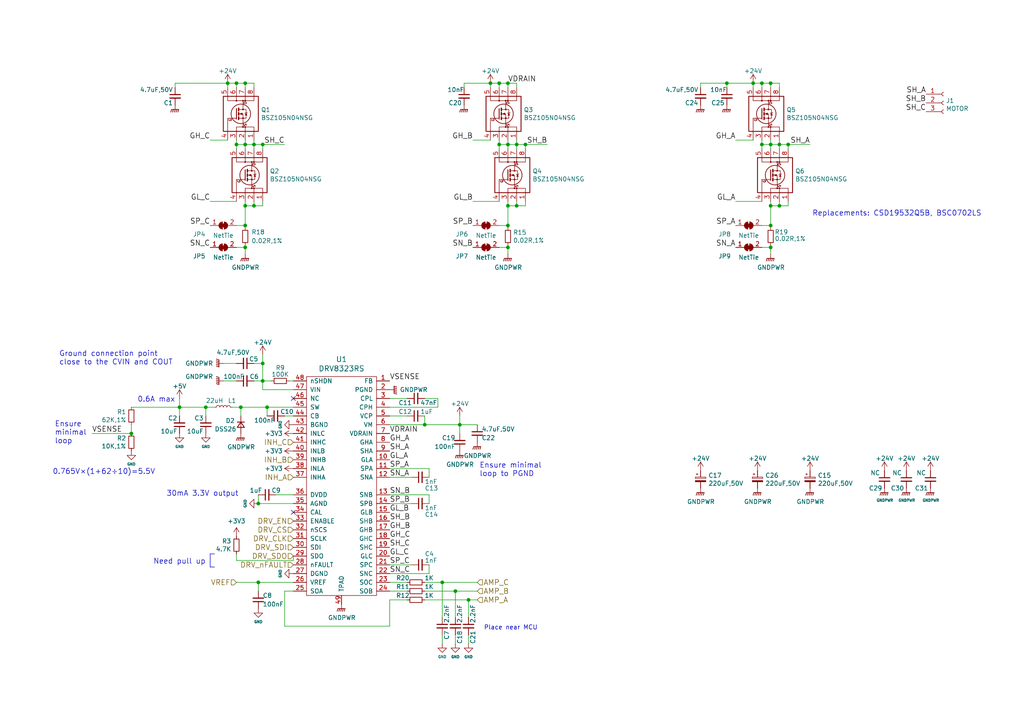
<source format=kicad_sch>
(kicad_sch (version 20230121) (generator eeschema)
  (paper "A4")
  (title_block (title "bldc") (date "2018-10-19") (rev "v0.1") (company "dukelec"))
  (lib_symbols
    (symbol "Connector:Conn_01x03_Female" (pin_names (offset 1.016) hide)
      (property "Reference" "J" (at 0 5.08 0))
      (property "Value" "Conn_01x03_Female" (at 0 -5.08 0))
      (symbol "Conn_01x03_Female_1_1"
        (arc (start 0 -2.032) (mid -0.5058 -2.54) (end 0 -3.048) (stroke (width 0.1524)))
        (polyline (pts (xy -1.27 -2.54) (xy -0.508 -2.54)) (stroke (width 0.1524)))
        (polyline (pts (xy -1.27 0) (xy -0.508 0)) (stroke (width 0.1524)))
        (polyline (pts (xy -1.27 2.54) (xy -0.508 2.54)) (stroke (width 0.1524)))
        (arc (start 0 0.508) (mid -0.5058 0) (end 0 -0.508) (stroke (width 0.1524)))
        (arc (start 0 3.048) (mid -0.5058 2.54) (end 0 2.032) (stroke (width 0.1524)))
        (pin passive line (at -5.08 2.54 0) (length 3.81) (name "Pin_1") (number "1"))
        (pin passive line (at -5.08 0 0) (length 3.81) (name "Pin_2") (number "2"))
        (pin passive line (at -5.08 -2.54 0) (length 3.81) (name "Pin_3") (number "3"))
      )
    )
    (symbol "Device:CP_Small" (pin_numbers hide) (pin_names (offset 0.254) hide)
      (property "Reference" "C" (at 0.254 1.778 0))
      (property "Value" "Device_CP_Small" (at 0.254 -2.032 0))
      (symbol "CP_Small_0_1"
        (rectangle (start -1.524 -0.3048) (end 1.524 -0.6858) (fill (type outline)))
        (rectangle (start -1.524 0.6858) (end 1.524 0.3048))
        (polyline (pts (xy -1.27 1.524) (xy -0.762 1.524)))
        (polyline (pts (xy -1.016 1.27) (xy -1.016 1.778)))
      )
      (symbol "CP_Small_1_1"
        (pin passive line (at 0 2.54 270) (length 1.8542) (name "~") (number "1"))
        (pin passive line (at 0 -2.54 90) (length 1.8542) (name "~") (number "2"))
      )
    )
    (symbol "Device:C_Small" (pin_numbers hide) (pin_names (offset 0.254) hide)
      (property "Reference" "C" (at 0.254 1.778 0))
      (property "Value" "C_Small" (at 0.254 -2.032 0))
      (symbol "C_Small_0_1"
        (polyline (pts (xy -1.524 -0.508) (xy 1.524 -0.508)) (stroke (width 0.3302)))
        (polyline (pts (xy -1.524 0.508) (xy 1.524 0.508)) (stroke (width 0.3048)))
      )
      (symbol "C_Small_1_1"
        (pin passive line (at 0 2.54 270) (length 2.032) (name "~") (number "1"))
        (pin passive line (at 0 -2.54 90) (length 2.032) (name "~") (number "2"))
      )
    )
    (symbol "Device:D_Small" (pin_numbers hide) (pin_names (offset 0.254) hide)
      (property "Reference" "D" (at -1.27 2.032 0))
      (property "Value" "D_Small" (at -3.81 -2.032 0))
      (symbol "D_Small_0_1"
        (polyline (pts (xy -0.762 -1.016) (xy -0.762 1.016)) (stroke (width 0.254)))
        (polyline (pts (xy -0.762 0) (xy 0.762 0)))
        (polyline (pts (xy 0.762 -1.016) (xy -0.762 0) (xy 0.762 1.016) (xy 0.762 -1.016)) (stroke (width 0.254)))
      )
      (symbol "D_Small_1_1"
        (pin passive line (at -2.54 0 0) (length 1.778) (name "K") (number "1"))
        (pin passive line (at 2.54 0 180) (length 1.778) (name "A") (number "2"))
      )
    )
    (symbol "Device:L_Small" (pin_numbers hide) (pin_names (offset 0.254) hide)
      (property "Reference" "L" (at 0.762 1.016 0))
      (property "Value" "L_Small" (at 0.762 -1.016 0))
      (symbol "L_Small_0_1"
        (arc (start 0 -2.032) (mid 0.5058 -1.524) (end 0 -1.016))
        (arc (start 0 -1.016) (mid 0.5058 -0.508) (end 0 0))
        (arc (start 0 0) (mid 0.5058 0.508) (end 0 1.016))
        (arc (start 0 1.016) (mid 0.5058 1.524) (end 0 2.032))
      )
      (symbol "L_Small_1_1"
        (pin passive line (at 0 2.54 270) (length 0.508) (name "~") (number "1"))
        (pin passive line (at 0 -2.54 90) (length 0.508) (name "~") (number "2"))
      )
    )
    (symbol "Device:R_Small" (pin_numbers hide) (pin_names (offset 0.254) hide)
      (property "Reference" "R" (at 0.762 0.508 0))
      (property "Value" "R_Small" (at 0.762 -1.016 0))
      (symbol "R_Small_0_1"
        (rectangle (start -0.762 1.778) (end 0.762 -1.778) (stroke (width 0.2032)))
      )
      (symbol "R_Small_1_1"
        (pin passive line (at 0 2.54 270) (length 0.762) (name "~") (number "1"))
        (pin passive line (at 0 -2.54 90) (length 0.762) (name "~") (number "2"))
      )
    )
    (symbol "Jumper:SolderJumper_2_Bridged" (pin_names (offset 0) hide)
      (property "Reference" "JP" (at 0 2.032 0))
      (property "Value" "SolderJumper_2_Bridged" (at 0 -2.54 0))
      (symbol "SolderJumper_2_Bridged_0_1"
        (rectangle (start -0.508 0.508) (end 0.508 -0.508) (fill (type outline)))
        (arc (start -0.254 1.016) (mid -1.2656 0) (end -0.254 -1.016))
        (arc (start -0.254 1.016) (mid -1.2656 0) (end -0.254 -1.016) (fill (type outline)))
        (polyline (pts (xy -0.254 1.016) (xy -0.254 -1.016)))
        (polyline (pts (xy 0.254 1.016) (xy 0.254 -1.016)))
        (arc (start 0.254 -1.016) (mid 1.2656 0) (end 0.254 1.016))
        (arc (start 0.254 -1.016) (mid 1.2656 0) (end 0.254 1.016) (fill (type outline)))
      )
      (symbol "SolderJumper_2_Bridged_1_1"
        (pin passive line (at -3.81 0 0) (length 2.54) (name "A") (number "1"))
        (pin passive line (at 3.81 0 180) (length 2.54) (name "B") (number "2"))
      )
    )
    (symbol "power:+24V" (power) (pin_names (offset 0))
      (property "Value" "+24V" (at 0 3.556 0))
      (symbol "+24V_0_1"
        (polyline (pts (xy -0.762 1.27) (xy 0 2.54)))
        (polyline (pts (xy 0 0) (xy 0 2.54)))
        (polyline (pts (xy 0 2.54) (xy 0.762 1.27)))
      )
      (symbol "+24V_1_1"
        (pin power_in line (at 0 0 90) (length 0) hide (name "+24V") (number "1"))
      )
    )
    (symbol "power:+3V3" (power) (pin_names (offset 0))
      (property "Value" "+3V3" (at 0 3.556 0))
      (symbol "+3V3_0_1"
        (polyline (pts (xy -0.762 1.27) (xy 0 2.54)))
        (polyline (pts (xy 0 0) (xy 0 2.54)))
        (polyline (pts (xy 0 2.54) (xy 0.762 1.27)))
      )
      (symbol "+3V3_1_1"
        (pin power_in line (at 0 0 90) (length 0) hide (name "+3V3") (number "1"))
      )
    )
    (symbol "power:+5V" (power) (pin_names (offset 0))
      (property "Value" "+5V" (at 0 3.556 0))
      (symbol "+5V_0_1"
        (polyline (pts (xy -0.762 1.27) (xy 0 2.54)))
        (polyline (pts (xy 0 0) (xy 0 2.54)))
        (polyline (pts (xy 0 2.54) (xy 0.762 1.27)))
      )
      (symbol "+5V_1_1"
        (pin power_in line (at 0 0 90) (length 0) hide (name "+5V") (number "1"))
      )
    )
    (symbol "power:GND" (power) (pin_names (offset 0))
      (property "Value" "GND" (at 0 -3.81 0))
      (symbol "GND_0_1"
        (polyline (pts (xy 0 0) (xy 0 -1.27) (xy 1.27 -1.27) (xy 0 -2.54) (xy -1.27 -1.27) (xy 0 -1.27)))
      )
      (symbol "GND_1_1"
        (pin power_in line (at 0 0 270) (length 0) hide (name "GND") (number "1"))
      )
    )
    (symbol "power:GNDPWR" (power) (pin_names (offset 0))
      (property "Value" "GNDPWR" (at 0 -3.302 0))
      (symbol "GNDPWR_0_1"
        (polyline (pts (xy 0 -1.27) (xy 0 0)))
        (polyline (pts (xy -1.016 -1.27) (xy -1.27 -2.032) (xy -1.27 -2.032)) (stroke (width 0.2032)))
        (polyline (pts (xy -0.508 -1.27) (xy -0.762 -2.032) (xy -0.762 -2.032)) (stroke (width 0.2032)))
        (polyline (pts (xy 0 -1.27) (xy -0.254 -2.032) (xy -0.254 -2.032)) (stroke (width 0.2032)))
        (polyline (pts (xy 0.508 -1.27) (xy 0.254 -2.032) (xy 0.254 -2.032)) (stroke (width 0.2032)))
        (polyline (pts (xy 1.016 -1.27) (xy -1.016 -1.27) (xy -1.016 -1.27)) (stroke (width 0.2032)))
        (polyline (pts (xy 1.016 -1.27) (xy 0.762 -2.032) (xy 0.762 -2.032) (xy 0.762 -2.032)) (stroke (width 0.2032)))
      )
      (symbol "GNDPWR_1_1"
        (pin power_in line (at 0 0 270) (length 0) hide (name "GNDPWR") (number "1"))
      )
    )
    (symbol "uncommon:BSZ105N04NSG" (pin_names (offset 0) hide)
      (property "Reference" "Q" (at -5.08 7.62 0))
      (property "Value" "BSZ105N04NSG" (at 0 -5.08 0))
      (symbol "BSZ105N04NSG_0_0"
        (circle (center -3.81 1.905) (radius 0.127) (stroke (width 0.254)))
        (circle (center -1.27 1.905) (radius 0.127) (stroke (width 0.254)))
        (polyline (pts (xy -5.08 2.54) (xy -3.81 2.54)))
        (polyline (pts (xy -1.27 1.905) (xy -3.81 1.905)))
        (polyline (pts (xy 5.08 2.54) (xy 3.81 2.54)))
        (polyline (pts (xy -1.27 0.635) (xy -1.27 2.794) (xy 1.27 2.794) (xy 1.27 0.635)))
        (polyline (pts (xy 0.127 2.794) (xy -0.381 3.048) (xy -0.381 2.54) (xy 0.127 2.794)) (fill (type outline)))
        (polyline (pts (xy 0.381 3.175) (xy 0.254 3.048) (xy 0.254 2.54) (xy 0.127 2.413)))
        (circle (center 1.27 1.905) (radius 0.127) (stroke (width 0.254)))
        (circle (center 3.81 1.905) (radius 0.127) (stroke (width 0.254)))
        (text "D" (at 3.175 2.54 0) (effects (font (size 0.762 0.762))))
        (text "G" (at -1.778 -1.778 0) (effects (font (size 0.762 0.762))))
        (text "S" (at -3.175 2.54 0) (effects (font (size 0.762 0.762))))
      )
      (symbol "BSZ105N04NSG_0_1"
        (rectangle (start -5.08 6.35) (end 5.08 -3.81) (stroke (width 0.254)))
        (circle (center -3.81 2.54) (radius 0.127) (stroke (width 0.254)))
        (polyline (pts (xy -5.08 -2.54) (xy -1.27 -2.54)))
        (polyline (pts (xy -1.651 0.635) (xy -0.889 0.635)) (stroke (width 0.381)))
        (polyline (pts (xy -1.27 -2.54) (xy -1.27 0)))
        (polyline (pts (xy -0.381 0.635) (xy 0.381 0.635)) (stroke (width 0.381)))
        (polyline (pts (xy 0.889 0.635) (xy 1.651 0.635)) (stroke (width 0.381)))
        (polyline (pts (xy 1.27 1.905) (xy 3.81 1.905)))
        (polyline (pts (xy 5.08 0) (xy 3.81 0)))
        (polyline (pts (xy -1.524 0) (xy 1.524 0) (xy 1.524 0)) (stroke (width 0.254)))
        (polyline (pts (xy 0 0.635) (xy 0 1.905) (xy -1.27 1.905)))
        (polyline (pts (xy -5.08 0) (xy -3.81 0) (xy -3.81 5.08) (xy -5.08 5.08)))
        (polyline (pts (xy -0.254 1.651) (xy 0.254 1.651) (xy 0 1.016) (xy -0.254 1.651)) (fill (type outline)))
        (polyline (pts (xy 5.08 5.08) (xy 3.81 5.08) (xy 3.81 -2.54) (xy 5.08 -2.54)))
        (circle (center 0 1.27) (radius 2.8194) (stroke (width 0.2032)))
        (circle (center 3.81 0) (radius 0.127) (stroke (width 0.254)))
        (circle (center 3.81 2.54) (radius 0.127) (stroke (width 0.254)))
      )
      (symbol "BSZ105N04NSG_1_1"
        (pin passive line (at -7.62 5.08 0) (length 2.54) (name "S") (number "1"))
        (pin passive line (at -7.62 2.54 0) (length 2.54) (name "S") (number "2"))
        (pin passive line (at -7.62 0 0) (length 2.54) (name "S") (number "3"))
        (pin passive line (at -7.62 -2.54 0) (length 2.54) (name "G") (number "4"))
        (pin passive line (at 7.62 -2.54 180) (length 2.54) (name "D") (number "5"))
        (pin passive line (at 7.62 0 180) (length 2.54) (name "D") (number "6"))
        (pin passive line (at 7.62 2.54 180) (length 2.54) (name "D") (number "7"))
        (pin passive line (at 7.62 5.08 180) (length 2.54) (name "D") (number "8"))
      )
    )
    (symbol "uncommon:DRV8323RS" (pin_names (offset 1.016))
      (property "Reference" "U" (at 0 33.02 0))
      (property "Value" "DRV8323RS" (at 0 0 90))
      (symbol "DRV8323RS_0_1"
        (rectangle (start -10.16 31.75) (end 10.16 -31.75))
      )
      (symbol "DRV8323RS_1_1"
        (pin passive line (at -13.97 30.48 0) (length 3.81) (name "FB") (number "1"))
        (pin passive line (at -13.97 7.62 0) (length 3.81) (name "GLA") (number "10"))
        (pin passive line (at -13.97 5.08 0) (length 3.81) (name "SPA") (number "11"))
        (pin passive line (at -13.97 2.54 0) (length 3.81) (name "SNA") (number "12"))
        (pin passive line (at -13.97 -2.54 0) (length 3.81) (name "SNB") (number "13"))
        (pin passive line (at -13.97 -5.08 0) (length 3.81) (name "SPB") (number "14"))
        (pin passive line (at -13.97 -7.62 0) (length 3.81) (name "GLB") (number "15"))
        (pin passive line (at -13.97 -10.16 0) (length 3.81) (name "SHB") (number "16"))
        (pin passive line (at -13.97 -12.7 0) (length 3.81) (name "GHB") (number "17"))
        (pin passive line (at -13.97 -15.24 0) (length 3.81) (name "GHC") (number "18"))
        (pin passive line (at -13.97 -17.78 0) (length 3.81) (name "SHC") (number "19"))
        (pin passive line (at -13.97 27.94 0) (length 3.81) (name "PGND") (number "2"))
        (pin passive line (at -13.97 -20.32 0) (length 3.81) (name "GLC") (number "20"))
        (pin passive line (at -13.97 -22.86 0) (length 3.81) (name "SPC") (number "21"))
        (pin passive line (at -13.97 -25.4 0) (length 3.81) (name "SNC") (number "22"))
        (pin passive line (at -13.97 -27.94 0) (length 3.81) (name "SOC") (number "23"))
        (pin passive line (at -13.97 -30.48 0) (length 3.81) (name "SOB") (number "24"))
        (pin passive line (at 13.97 -30.48 180) (length 3.81) (name "SOA") (number "25"))
        (pin passive line (at 13.97 -27.94 180) (length 3.81) (name "VREF") (number "26"))
        (pin passive line (at 13.97 -25.4 180) (length 3.81) (name "DGND") (number "27"))
        (pin passive line (at 13.97 -22.86 180) (length 3.81) (name "nFAULT") (number "28"))
        (pin passive line (at 13.97 -20.32 180) (length 3.81) (name "SDO") (number "29"))
        (pin passive line (at -13.97 25.4 0) (length 3.81) (name "CPL") (number "3"))
        (pin passive line (at 13.97 -17.78 180) (length 3.81) (name "SDI") (number "30"))
        (pin passive line (at 13.97 -15.24 180) (length 3.81) (name "SCLK") (number "31"))
        (pin passive line (at 13.97 -12.7 180) (length 3.81) (name "nSCS") (number "32"))
        (pin passive line (at 13.97 -10.16 180) (length 3.81) (name "ENABLE") (number "33"))
        (pin passive line (at 13.97 -7.62 180) (length 3.81) (name "CAL") (number "34"))
        (pin passive line (at 13.97 -5.08 180) (length 3.81) (name "AGND") (number "35"))
        (pin passive line (at 13.97 -2.54 180) (length 3.81) (name "DVDD") (number "36"))
        (pin passive line (at 13.97 2.54 180) (length 3.81) (name "INHA") (number "37"))
        (pin passive line (at 13.97 5.08 180) (length 3.81) (name "INLA") (number "38"))
        (pin passive line (at 13.97 7.62 180) (length 3.81) (name "INHB") (number "39"))
        (pin passive line (at -13.97 22.86 0) (length 3.81) (name "CPH") (number "4"))
        (pin passive line (at 13.97 10.16 180) (length 3.81) (name "INLB") (number "40"))
        (pin passive line (at 13.97 12.7 180) (length 3.81) (name "INHC") (number "41"))
        (pin passive line (at 13.97 15.24 180) (length 3.81) (name "INLC") (number "42"))
        (pin passive line (at 13.97 17.78 180) (length 3.81) (name "BGND") (number "43"))
        (pin passive line (at 13.97 20.32 180) (length 3.81) (name "CB") (number "44"))
        (pin passive line (at 13.97 22.86 180) (length 3.81) (name "SW") (number "45"))
        (pin passive line (at 13.97 25.4 180) (length 3.81) (name "NC") (number "46"))
        (pin passive line (at 13.97 27.94 180) (length 3.81) (name "VIN") (number "47"))
        (pin passive line (at 13.97 30.48 180) (length 3.81) (name "nSHDN") (number "48"))
        (pin passive line (at 0 -34.29 90) (length 2.54) (name "TPAD") (number "49"))
        (pin passive line (at -13.97 20.32 0) (length 3.81) (name "VCP") (number "5"))
        (pin passive line (at -13.97 17.78 0) (length 3.81) (name "VM") (number "6"))
        (pin passive line (at -13.97 15.24 0) (length 3.81) (name "VDRAIN") (number "7"))
        (pin passive line (at -13.97 12.7 0) (length 3.81) (name "GHA") (number "8"))
        (pin passive line (at -13.97 10.16 0) (length 3.81) (name "SHA") (number "9"))
      )
    )
  )
  (junction (at 128.27 168.91))
  (junction (at 52.07 118.11))
  (junction (at 76.2 105.41))
  (junction (at 223.52 71.755))
  (junction (at 223.52 24.13))
  (junction (at 218.44 24.13))
  (junction (at 228.6 41.91))
  (junction (at 220.98 24.13))
  (junction (at 76.2 110.49))
  (junction (at 147.32 71.755))
  (junction (at 226.06 59.69))
  (junction (at 147.32 59.69))
  (junction (at 59.69 118.11))
  (junction (at 223.52 59.69))
  (junction (at 223.52 65.405))
  (junction (at 220.98 41.91))
  (junction (at 226.06 41.91))
  (junction (at 144.78 24.13))
  (junction (at 132.08 171.45))
  (junction (at 147.32 41.91))
  (junction (at 152.4 41.91))
  (junction (at 147.32 24.13))
  (junction (at 69.85 118.11))
  (junction (at 149.86 59.69))
  (junction (at 66.04 24.13))
  (junction (at 68.58 24.13))
  (junction (at 210.82 24.13))
  (junction (at 223.52 41.91))
  (junction (at 73.66 59.69))
  (junction (at 149.86 41.91))
  (junction (at 77.47 118.11))
  (junction (at 71.12 41.91))
  (junction (at 71.12 24.13))
  (junction (at 123.19 123.19))
  (junction (at 74.93 146.05))
  (junction (at 142.24 24.13))
  (junction (at 38.1 125.73))
  (junction (at 76.2 41.91))
  (junction (at 135.89 173.99))
  (junction (at 71.12 59.69))
  (junction (at 68.58 41.91))
  (junction (at 71.12 71.755))
  (junction (at 147.32 65.405))
  (junction (at 144.78 41.91))
  (junction (at 71.12 65.405))
  (junction (at 73.66 41.91))
  (junction (at 74.93 168.91))
  (junction (at 133.35 123.19))
  (no_connect (at 85.09 148.59))
  (no_connect (at 85.09 115.57))
  (wire (pts (xy 74.93 146.05) (xy 74.93 143.51)))
  (wire (pts (xy 223.52 24.13) (xy 226.06 24.13)))
  (wire (pts (xy 113.03 146.05) (xy 119.38 146.05)))
  (wire (pts (xy 152.4 59.69) (xy 152.4 58.42)))
  (wire (pts (xy 113.03 138.43) (xy 119.38 138.43)))
  (wire (pts (xy 213.36 58.42) (xy 220.98 58.42)))
  (wire (pts (xy 228.6 59.69) (xy 228.6 58.42)))
  (wire (pts (xy 123.19 173.99) (xy 135.89 173.99)))
  (wire (pts (xy 124.46 135.89) (xy 124.46 138.43)))
  (wire (pts (xy 220.98 71.755) (xy 223.52 71.755)))
  (wire (pts (xy 220.98 24.13) (xy 223.52 24.13)))
  (wire (pts (xy 80.01 143.51) (xy 85.09 143.51)))
  (wire (pts (xy 76.2 59.69) (xy 76.2 58.42)))
  (wire (pts (xy 82.55 171.45) (xy 82.55 181.61)))
  (wire (pts (xy 147.32 24.13) (xy 147.32 25.4)))
  (wire (pts (xy 223.52 65.405) (xy 223.52 66.04)))
  (wire (pts (xy 82.55 181.61) (xy 113.03 181.61)))
  (wire (pts (xy 147.32 41.91) (xy 147.32 43.18)))
  (wire (pts (xy 74.93 171.45) (xy 74.93 168.91)))
  (wire (pts (xy 77.47 120.65) (xy 77.47 118.11)))
  (wire (pts (xy 147.32 59.69) (xy 149.86 59.69)))
  (wire (pts (xy 137.16 58.42) (xy 144.78 58.42)))
  (wire (pts (xy 144.78 24.13) (xy 144.78 25.4)))
  (wire (pts (xy 128.27 168.91) (xy 128.27 179.07)))
  (wire (pts (xy 228.6 41.91) (xy 228.6 43.18)))
  (wire (pts (xy 71.12 71.12) (xy 71.12 71.755)))
  (wire (pts (xy 144.78 65.405) (xy 147.32 65.405)))
  (wire (pts (xy 124.46 166.37) (xy 124.46 163.83)))
  (wire (pts (xy 113.03 115.57) (xy 118.11 115.57)))
  (wire (pts (xy 220.98 65.405) (xy 223.52 65.405)))
  (wire (pts (xy 220.98 40.64) (xy 220.98 41.91)))
  (wire (pts (xy 71.12 58.42) (xy 71.12 59.69)))
  (wire (pts (xy 73.66 59.69) (xy 76.2 59.69)))
  (wire (pts (xy 68.58 71.755) (xy 71.12 71.755)))
  (wire (pts (xy 149.86 24.13) (xy 149.86 25.4)))
  (wire (pts (xy 127 118.11) (xy 127 115.57)))
  (wire (pts (xy 71.12 59.69) (xy 73.66 59.69)))
  (wire (pts (xy 68.58 41.91) (xy 68.58 43.18)))
  (wire (pts (xy 83.82 110.49) (xy 85.09 110.49)))
  (polyline (pts (xy 60.96 160.655) (xy 62.23 160.655)))
  (wire (pts (xy 124.46 143.51) (xy 124.46 146.05)))
  (wire (pts (xy 113.03 173.99) (xy 118.11 173.99)))
  (wire (pts (xy 113.03 181.61) (xy 113.03 173.99)))
  (wire (pts (xy 223.52 24.13) (xy 223.52 25.4)))
  (wire (pts (xy 59.69 118.11) (xy 62.23 118.11)))
  (wire (pts (xy 71.12 41.91) (xy 71.12 43.18)))
  (wire (pts (xy 132.08 171.45) (xy 132.08 179.07)))
  (wire (pts (xy 152.4 41.91) (xy 152.4 43.18)))
  (wire (pts (xy 85.09 162.56) (xy 85.09 161.29)))
  (wire (pts (xy 128.27 186.69) (xy 128.27 184.15)))
  (wire (pts (xy 52.07 118.11) (xy 52.07 120.65)))
  (wire (pts (xy 113.03 118.11) (xy 127 118.11)))
  (wire (pts (xy 134.62 25.4) (xy 134.62 24.13)))
  (wire (pts (xy 113.03 135.89) (xy 124.46 135.89)))
  (wire (pts (xy 135.89 179.07) (xy 135.89 173.99)))
  (wire (pts (xy 71.12 71.755) (xy 71.12 73.66)))
  (wire (pts (xy 113.03 171.45) (xy 118.11 171.45)))
  (wire (pts (xy 38.1 125.73) (xy 26.67 125.73)))
  (wire (pts (xy 73.66 41.91) (xy 73.66 43.18)))
  (wire (pts (xy 85.09 146.05) (xy 74.93 146.05)))
  (wire (pts (xy 76.2 41.91) (xy 76.2 43.18)))
  (wire (pts (xy 71.12 59.69) (xy 71.12 65.405)))
  (wire (pts (xy 73.66 24.13) (xy 73.66 25.4)))
  (polyline (pts (xy 60.96 164.465) (xy 60.96 160.655)))
  (wire (pts (xy 66.04 24.13) (xy 68.58 24.13)))
  (wire (pts (xy 68.58 65.405) (xy 71.12 65.405)))
  (wire (pts (xy 73.66 40.64) (xy 73.66 41.91)))
  (wire (pts (xy 113.03 143.51) (xy 124.46 143.51)))
  (wire (pts (xy 226.06 24.13) (xy 226.06 25.4)))
  (wire (pts (xy 147.32 24.13) (xy 149.86 24.13)))
  (wire (pts (xy 149.86 41.91) (xy 152.4 41.91)))
  (wire (pts (xy 144.78 41.91) (xy 147.32 41.91)))
  (wire (pts (xy 218.44 24.13) (xy 218.44 25.4)))
  (wire (pts (xy 220.98 24.13) (xy 220.98 25.4)))
  (wire (pts (xy 149.86 59.69) (xy 149.86 58.42)))
  (wire (pts (xy 123.19 123.19) (xy 123.19 120.65)))
  (polyline (pts (xy 62.23 164.465) (xy 60.96 164.465)))
  (wire (pts (xy 66.04 40.64) (xy 60.96 40.64)))
  (wire (pts (xy 223.52 71.755) (xy 223.52 73.66)))
  (wire (pts (xy 68.58 24.13) (xy 71.12 24.13)))
  (wire (pts (xy 223.52 41.91) (xy 226.06 41.91)))
  (wire (pts (xy 76.2 102.87) (xy 76.2 105.41)))
  (wire (pts (xy 76.2 41.91) (xy 82.55 41.91)))
  (wire (pts (xy 60.96 58.42) (xy 68.58 58.42)))
  (wire (pts (xy 113.03 123.19) (xy 123.19 123.19)))
  (wire (pts (xy 71.12 41.91) (xy 73.66 41.91)))
  (wire (pts (xy 144.78 41.91) (xy 144.78 43.18)))
  (wire (pts (xy 71.12 40.64) (xy 71.12 41.91)))
  (wire (pts (xy 66.04 24.13) (xy 66.04 25.4)))
  (wire (pts (xy 52.07 118.11) (xy 59.69 118.11)))
  (wire (pts (xy 123.19 123.19) (xy 133.35 123.19)))
  (wire (pts (xy 226.06 40.64) (xy 226.06 41.91)))
  (wire (pts (xy 73.66 41.91) (xy 76.2 41.91)))
  (wire (pts (xy 144.78 40.64) (xy 144.78 41.91)))
  (wire (pts (xy 85.09 171.45) (xy 82.55 171.45)))
  (wire (pts (xy 68.58 40.64) (xy 68.58 41.91)))
  (wire (pts (xy 135.89 173.99) (xy 138.43 173.99)))
  (wire (pts (xy 226.06 41.91) (xy 228.6 41.91)))
  (wire (pts (xy 50.8 24.13) (xy 66.04 24.13)))
  (wire (pts (xy 147.32 41.91) (xy 149.86 41.91)))
  (wire (pts (xy 38.1 118.11) (xy 52.07 118.11)))
  (wire (pts (xy 69.85 120.65) (xy 69.85 118.11)))
  (wire (pts (xy 203.2 25.4) (xy 203.2 24.13)))
  (wire (pts (xy 134.62 24.13) (xy 142.24 24.13)))
  (wire (pts (xy 149.86 40.64) (xy 149.86 41.91)))
  (wire (pts (xy 223.52 40.64) (xy 223.52 41.91)))
  (wire (pts (xy 142.24 24.13) (xy 142.24 25.4)))
  (wire (pts (xy 67.31 118.11) (xy 69.85 118.11)))
  (wire (pts (xy 68.58 168.91) (xy 74.93 168.91)))
  (wire (pts (xy 142.24 24.13) (xy 144.78 24.13)))
  (wire (pts (xy 113.03 166.37) (xy 124.46 166.37)))
  (wire (pts (xy 64.77 110.49) (xy 68.58 110.49)))
  (wire (pts (xy 123.19 168.91) (xy 128.27 168.91)))
  (wire (pts (xy 132.08 186.69) (xy 132.08 184.15)))
  (wire (pts (xy 135.89 186.69) (xy 135.89 184.15)))
  (wire (pts (xy 147.32 71.12) (xy 147.32 71.755)))
  (wire (pts (xy 147.32 71.755) (xy 147.32 73.66)))
  (wire (pts (xy 76.2 105.41) (xy 76.2 110.49)))
  (wire (pts (xy 113.03 120.65) (xy 118.11 120.65)))
  (wire (pts (xy 152.4 41.91) (xy 158.75 41.91)))
  (wire (pts (xy 147.32 65.405) (xy 147.32 66.04)))
  (wire (pts (xy 127 115.57) (xy 123.19 115.57)))
  (wire (pts (xy 226.06 59.69) (xy 226.06 58.42)))
  (wire (pts (xy 50.8 25.4) (xy 50.8 24.13)))
  (wire (pts (xy 147.32 40.64) (xy 147.32 41.91)))
  (wire (pts (xy 132.08 171.45) (xy 138.43 171.45)))
  (wire (pts (xy 220.98 41.91) (xy 220.98 43.18)))
  (wire (pts (xy 113.03 168.91) (xy 118.11 168.91)))
  (wire (pts (xy 71.12 24.13) (xy 73.66 24.13)))
  (wire (pts (xy 69.85 118.11) (xy 77.47 118.11)))
  (wire (pts (xy 76.2 110.49) (xy 76.2 113.03)))
  (wire (pts (xy 228.6 41.91) (xy 234.95 41.91)))
  (wire (pts (xy 64.77 105.41) (xy 68.58 105.41)))
  (wire (pts (xy 77.47 118.11) (xy 85.09 118.11)))
  (wire (pts (xy 226.06 41.91) (xy 226.06 43.18)))
  (wire (pts (xy 133.35 120.65) (xy 133.35 123.19)))
  (wire (pts (xy 68.58 24.13) (xy 68.58 25.4)))
  (wire (pts (xy 142.24 40.64) (xy 137.16 40.64)))
  (wire (pts (xy 82.55 120.65) (xy 85.09 120.65)))
  (wire (pts (xy 38.1 125.73) (xy 38.1 123.19)))
  (wire (pts (xy 218.44 40.64) (xy 213.36 40.64)))
  (wire (pts (xy 147.32 58.42) (xy 147.32 59.69)))
  (wire (pts (xy 123.19 171.45) (xy 132.08 171.45)))
  (wire (pts (xy 223.52 58.42) (xy 223.52 59.69)))
  (wire (pts (xy 113.03 163.83) (xy 119.38 163.83)))
  (wire (pts (xy 52.07 115.57) (xy 52.07 118.11)))
  (wire (pts (xy 73.66 59.69) (xy 73.66 58.42)))
  (wire (pts (xy 149.86 59.69) (xy 152.4 59.69)))
  (wire (pts (xy 73.66 110.49) (xy 76.2 110.49)))
  (wire (pts (xy 149.86 41.91) (xy 149.86 43.18)))
  (wire (pts (xy 68.58 162.56) (xy 85.09 162.56)))
  (wire (pts (xy 59.69 118.11) (xy 59.69 120.65)))
  (wire (pts (xy 223.52 59.69) (xy 223.52 65.405)))
  (wire (pts (xy 220.98 41.91) (xy 223.52 41.91)))
  (wire (pts (xy 223.52 71.12) (xy 223.52 71.755)))
  (wire (pts (xy 133.35 123.19) (xy 133.35 125.73)))
  (wire (pts (xy 74.93 168.91) (xy 85.09 168.91)))
  (wire (pts (xy 133.35 123.19) (xy 138.43 123.19)))
  (wire (pts (xy 210.82 25.4) (xy 210.82 24.13)))
  (wire (pts (xy 203.2 24.13) (xy 210.82 24.13)))
  (wire (pts (xy 68.58 160.655) (xy 68.58 162.56)))
  (wire (pts (xy 226.06 59.69) (xy 228.6 59.69)))
  (wire (pts (xy 144.78 24.13) (xy 147.32 24.13)))
  (wire (pts (xy 71.12 65.405) (xy 71.12 66.04)))
  (wire (pts (xy 223.52 41.91) (xy 223.52 43.18)))
  (wire (pts (xy 210.82 24.13) (xy 218.44 24.13)))
  (wire (pts (xy 147.32 59.69) (xy 147.32 65.405)))
  (wire (pts (xy 128.27 168.91) (xy 138.43 168.91)))
  (wire (pts (xy 223.52 59.69) (xy 226.06 59.69)))
  (wire (pts (xy 76.2 110.49) (xy 78.74 110.49)))
  (wire (pts (xy 76.2 105.41) (xy 73.66 105.41)))
  (wire (pts (xy 71.12 24.13) (xy 71.12 25.4)))
  (wire (pts (xy 68.58 41.91) (xy 71.12 41.91)))
  (wire (pts (xy 144.78 71.755) (xy 147.32 71.755)))
  (wire (pts (xy 218.44 24.13) (xy 220.98 24.13)))
  (wire (pts (xy 76.2 113.03) (xy 85.09 113.03)))
  (text "Ground connection point\nclose to the CVIN and COUT" (at 17.145 106.045 0) (effects (font (size 1.524 1.524)) (justify left bottom)))
  (text "Need pull up" (at 44.45 163.83 0) (effects (font (size 1.524 1.524)) (justify left bottom)))
  (text "Replacements: CSD19532Q5B, BSC0702LS" (at 235.585 62.865 0) (effects (font (size 1.524 1.524)) (justify left bottom)))
  (text "30mA 3.3V output" (at 48.26 144.145 0) (effects (font (size 1.524 1.524)) (justify left bottom)))
  (text "Ensure minimal\nloop to PGND" (at 139.065 138.43 0) (effects (font (size 1.524 1.524)) (justify left bottom)))
  (text "0.765V×(1+62÷10)=5.5V" (at 15.24 137.795 0) (effects (font (size 1.524 1.524)) (justify left bottom)))
  (text "0.6A max" (at 50.8 116.84 0) (effects (font (size 1.524 1.524)) (justify right bottom)))
  (text "Place near MCU" (at 140.335 182.88 0) (effects (font (size 1.27 1.27)) (justify left bottom)))
  (text "Ensure\nminimal\nloop" (at 15.875 128.905 0) (effects (font (size 1.524 1.524)) (justify left bottom)))
  (label "SN_A" (at 213.36 71.755 180) (effects (font (size 1.524 1.524))))
  (label "GL_B" (at 113.03 148.59 0) (effects (font (size 1.524 1.524))))
  (label "SP_A" (at 113.03 135.89 0) (effects (font (size 1.524 1.524))))
  (label "GH_B" (at 137.16 40.64 180) (effects (font (size 1.524 1.524))))
  (label "GH_C" (at 60.96 40.64 180) (effects (font (size 1.524 1.524))))
  (label "VSENSE" (at 113.03 110.49 0) (effects (font (size 1.524 1.524))))
  (label "SH_A" (at 268.605 27.305 180) (effects (font (size 1.524 1.524))))
  (label "VDRAIN" (at 147.32 24.13 0) (effects (font (size 1.524 1.524))))
  (label "SN_A" (at 113.03 138.43 0) (effects (font (size 1.524 1.524))))
  (label "SN_C" (at 60.96 71.755 180) (effects (font (size 1.524 1.524))))
  (label "GL_C" (at 113.03 161.29 0) (effects (font (size 1.524 1.524))))
  (label "GL_C" (at 60.96 58.42 180) (effects (font (size 1.524 1.524))))
  (label "GH_A" (at 113.03 128.27 0) (effects (font (size 1.524 1.524))))
  (label "SH_B" (at 268.605 29.845 180) (effects (font (size 1.524 1.524))))
  (label "SN_C" (at 113.03 166.37 0) (effects (font (size 1.524 1.524))))
  (label "SP_B" (at 137.16 65.405 180) (effects (font (size 1.524 1.524))))
  (label "GL_B" (at 137.16 58.42 180) (effects (font (size 1.524 1.524))))
  (label "SP_C" (at 60.96 65.405 180) (effects (font (size 1.524 1.524))))
  (label "SN_B" (at 137.16 71.755 180) (effects (font (size 1.524 1.524))))
  (label "SH_A" (at 113.03 130.81 0) (effects (font (size 1.524 1.524))))
  (label "VDRAIN" (at 113.03 125.73 0) (effects (font (size 1.524 1.524))))
  (label "SP_B" (at 113.03 146.05 0) (effects (font (size 1.524 1.524))))
  (label "SP_A" (at 213.36 65.405 180) (effects (font (size 1.524 1.524))))
  (label "GL_A" (at 113.03 133.35 0) (effects (font (size 1.524 1.524))))
  (label "SN_B" (at 113.03 143.51 0) (effects (font (size 1.524 1.524))))
  (label "GH_B" (at 113.03 153.67 0) (effects (font (size 1.524 1.524))))
  (label "SH_B" (at 113.03 151.13 0) (effects (font (size 1.524 1.524))))
  (label "SH_B" (at 158.75 41.91 180) (effects (font (size 1.524 1.524))))
  (label "VSENSE" (at 26.67 125.73 0) (effects (font (size 1.524 1.524))))
  (label "SH_C" (at 268.605 32.385 180) (effects (font (size 1.524 1.524))))
  (label "SH_C" (at 82.55 41.91 180) (effects (font (size 1.524 1.524))))
  (label "SH_C" (at 113.03 158.75 0) (effects (font (size 1.524 1.524))))
  (label "GH_A" (at 213.36 40.64 180) (effects (font (size 1.524 1.524))))
  (label "GH_C" (at 113.03 156.21 0) (effects (font (size 1.524 1.524))))
  (label "GL_A" (at 213.36 58.42 180) (effects (font (size 1.524 1.524))))
  (label "SH_A" (at 234.95 41.91 180) (effects (font (size 1.524 1.524))))
  (label "SP_C" (at 113.03 163.83 0) (effects (font (size 1.524 1.524))))
  (hierarchical_label "AMP_A" (shape input) (at 138.43 173.99 0) (effects (font (size 1.524 1.524))))
  (hierarchical_label "INH_C" (shape input) (at 85.09 128.27 180) (effects (font (size 1.524 1.524))))
  (hierarchical_label "INH_A" (shape input) (at 85.09 138.43 180) (effects (font (size 1.524 1.524))))
  (hierarchical_label "DRV_CS" (shape input) (at 85.09 153.67 180) (effects (font (size 1.524 1.524))))
  (hierarchical_label "DRV_SDO" (shape input) (at 85.09 161.29 180) (effects (font (size 1.524 1.524))))
  (hierarchical_label "DRV_SDI" (shape input) (at 85.09 158.75 180) (effects (font (size 1.524 1.524))))
  (hierarchical_label "VREF" (shape input) (at 68.58 168.91 180) (effects (font (size 1.524 1.524))))
  (hierarchical_label "AMP_C" (shape input) (at 138.43 168.91 0) (effects (font (size 1.524 1.524))))
  (hierarchical_label "DRV_CLK" (shape input) (at 85.09 156.21 180) (effects (font (size 1.524 1.524))))
  (hierarchical_label "DRV_nFAULT" (shape input) (at 85.09 163.83 180) (effects (font (size 1.524 1.524))))
  (hierarchical_label "DRV_EN" (shape input) (at 85.09 151.13 180) (effects (font (size 1.524 1.524))))
  (hierarchical_label "AMP_B" (shape input) (at 138.43 171.45 0) (effects (font (size 1.524 1.524))))
  (hierarchical_label "INH_B" (shape input) (at 85.09 133.35 180) (effects (font (size 1.524 1.524))))
  (symbol (lib_id "power:GND") (at 52.07 125.73 0) (mirror y) (unit 1)
    (property "Reference" "#PWR05" (effects hide))
    (property "Value" "GND" (at 52.07 129.54 0) (effects (font (size 0.762 0.762))))
  )
  (symbol (lib_id "power:GND") (at 85.09 123.19 270) (unit 1)
    (property "Reference" "#PWR020" (effects hide))
    (property "Value" "GND" (at 81.28 123.19 0) (effects (font (size 0.762 0.762))))
  )
  (symbol (lib_id "power:GND") (at 85.09 166.37 270) (unit 1)
    (property "Reference" "#PWR021" (effects hide))
    (property "Value" "GND" (at 81.28 166.37 0) (effects (font (size 0.762 0.762))))
  )
  (symbol (lib_id "power:+5V") (at 52.07 115.57 0) (unit 1)
    (property "Reference" "#PWR04" (effects hide))
    (property "Value" "+5V" (at 52.07 112.014 0))
  )
  (symbol (lib_id "power:+24V") (at 133.35 120.65 0) (unit 1)
    (property "Reference" "#PWR027" (effects hide))
    (property "Value" "+24V" (at 133.35 117.094 0))
  )
  (symbol (lib_id "power:+24V") (at 76.2 102.87 0) (unit 1)
    (property "Reference" "#PWR018" (effects hide))
    (property "Value" "+24V" (at 76.2 99.314 0))
  )
  (symbol (lib_id "power:GND") (at 74.93 176.53 0) (unit 1)
    (property "Reference" "#PWR017" (effects hide))
    (property "Value" "GND" (at 74.93 180.34 0) (effects (font (size 0.762 0.762))))
  )
  (symbol (lib_id "power:GND") (at 135.89 186.69 0) (mirror y) (unit 1)
    (property "Reference" "#PWR030" (effects hide))
    (property "Value" "GND" (at 135.89 190.5 0) (effects (font (size 0.762 0.762))))
  )
  (symbol (lib_id "power:GND") (at 74.93 146.05 270) (unit 1)
    (property "Reference" "#PWR016" (effects hide))
    (property "Value" "GND" (at 71.12 146.05 0) (effects (font (size 0.762 0.762))))
  )
  (symbol (lib_id "power:GND") (at 38.1 130.81 0) (unit 1)
    (property "Reference" "#PWR01" (effects hide))
    (property "Value" "GND" (at 38.1 134.62 0) (effects (font (size 0.762 0.762))))
  )
  (symbol (lib_id "power:GND") (at 59.69 125.73 0) (mirror y) (unit 1)
    (property "Reference" "#PWR06" (effects hide))
    (property "Value" "GND" (at 59.69 129.54 0) (effects (font (size 0.762 0.762))))
  )
  (symbol (lib_id "power:+24V") (at 66.04 24.13 0) (mirror y) (unit 1)
    (property "Reference" "#PWR012" (effects hide))
    (property "Value" "+24V" (at 66.04 20.574 0))
  )
  (symbol (lib_id "power:+24V") (at 142.24 24.13 0) (mirror y) (unit 1)
    (property "Reference" "#PWR032" (effects hide))
    (property "Value" "+24V" (at 142.24 20.574 0))
  )
  (symbol (lib_id "power:+24V") (at 218.44 24.13 0) (mirror y) (unit 1)
    (property "Reference" "#PWR044" (effects hide))
    (property "Value" "+24V" (at 218.44 20.574 0))
  )
  (symbol (lib_id "power:GND") (at 132.08 186.69 0) (mirror y) (unit 1)
    (property "Reference" "#PWR026" (effects hide))
    (property "Value" "GND" (at 132.08 190.5 0) (effects (font (size 0.762 0.762))))
  )
  (symbol (lib_id "power:+24V") (at 203.2 136.525 0) (unit 1)
    (property "Reference" "#PWR068" (effects hide))
    (property "Value" "+24V" (at 203.2 132.969 0))
  )
  (symbol (lib_id "uncommon:DRV8323RS") (at 99.06 140.97 0) (mirror y) (unit 1)
    (property "Reference" "U1" (at 99.06 104.2162 0) (effects (font (size 1.524 1.524))))
    (property "Value" "DRV8323RS" (at 99.06 106.9086 0) (effects (font (size 1.524 1.524))))
    (property "Footprint" "Package_DFN_QFN:QFN-48-1EP_7x7mm_P0.5mm_EP5.15x5.15mm" (effects hide))
  )
  (symbol (lib_id "uncommon:BSZ105N04NSG") (at 68.58 33.02 270) (mirror x) (unit 1)
    (property "Reference" "Q1" (at 75.692 31.8516 90) (effects (justify left)))
    (property "Value" "BSZ105N04NSG" (at 75.692 34.163 90) (effects (justify left)))
    (property "Footprint" "uncommon:PG-TSDSON-8_3x3mm" (effects hide))
  )
  (symbol (lib_id "uncommon:BSZ105N04NSG") (at 71.12 50.8 270) (mirror x) (unit 1)
    (property "Reference" "Q2" (at 78.232 49.6316 90) (effects (justify left)))
    (property "Value" "BSZ105N04NSG" (at 78.232 51.943 90) (effects (justify left)))
    (property "Footprint" "uncommon:PG-TSDSON-8_3x3mm" (effects hide))
  )
  (symbol (lib_id "uncommon:BSZ105N04NSG") (at 144.78 33.02 270) (mirror x) (unit 1)
    (property "Reference" "Q3" (at 151.892 31.8516 90) (effects (justify left)))
    (property "Value" "BSZ105N04NSG" (at 151.892 34.163 90) (effects (justify left)))
    (property "Footprint" "uncommon:PG-TSDSON-8_3x3mm" (effects hide))
  )
  (symbol (lib_id "uncommon:BSZ105N04NSG") (at 147.32 50.8 270) (mirror x) (unit 1)
    (property "Reference" "Q4" (at 154.432 49.6316 90) (effects (justify left)))
    (property "Value" "BSZ105N04NSG" (at 154.432 51.943 90) (effects (justify left)))
    (property "Footprint" "uncommon:PG-TSDSON-8_3x3mm" (effects hide))
  )
  (symbol (lib_id "uncommon:BSZ105N04NSG") (at 220.98 33.02 270) (mirror x) (unit 1)
    (property "Reference" "Q5" (at 228.092 31.8516 90) (effects (justify left)))
    (property "Value" "BSZ105N04NSG" (at 228.092 34.163 90) (effects (justify left)))
    (property "Footprint" "uncommon:PG-TSDSON-8_3x3mm" (effects hide))
  )
  (symbol (lib_id "uncommon:BSZ105N04NSG") (at 223.52 50.8 270) (mirror x) (unit 1)
    (property "Reference" "Q6" (at 230.632 49.6316 90) (effects (justify left)))
    (property "Value" "BSZ105N04NSG" (at 230.632 51.943 90) (effects (justify left)))
    (property "Footprint" "uncommon:PG-TSDSON-8_3x3mm" (effects hide))
  )
  (symbol (lib_id "power:GNDPWR") (at 147.32 73.66 0) (unit 1)
    (property "Reference" "#PWR033" (effects hide))
    (property "Value" "GNDPWR" (at 147.4216 77.5716 0))
  )
  (symbol (lib_id "power:GNDPWR") (at 223.52 73.66 0) (unit 1)
    (property "Reference" "#PWR045" (effects hide))
    (property "Value" "GNDPWR" (at 223.6216 77.5716 0))
  )
  (symbol (lib_id "power:GNDPWR") (at 203.2 141.605 0) (unit 1)
    (property "Reference" "#PWR069" (effects hide))
    (property "Value" "GNDPWR" (at 203.3016 145.5166 0))
  )
  (symbol (lib_id "power:GNDPWR") (at 50.8 30.48 0) (unit 1)
    (property "Reference" "#PWR03" (effects hide))
    (property "Value" "GNDPWR" (effects hide))
  )
  (symbol (lib_id "power:GNDPWR") (at 134.62 30.48 0) (unit 1)
    (property "Reference" "#PWR029" (effects hide))
    (property "Value" "GNDPWR" (effects hide))
  )
  (symbol (lib_id "power:GNDPWR") (at 203.2 30.48 0) (unit 1)
    (property "Reference" "#PWR036" (effects hide))
    (property "Value" "GNDPWR" (effects hide))
  )
  (symbol (lib_id "power:GNDPWR") (at 210.82 30.48 0) (unit 1)
    (property "Reference" "#PWR037" (effects hide))
    (property "Value" "GNDPWR" (effects hide))
  )
  (symbol (lib_id "Device:R_Small") (at 81.28 110.49 270) (mirror x) (unit 1)
    (property "Reference" "R9" (at 81.28 106.68 90))
    (property "Value" "100K" (at 81.28 108.585 90))
    (property "Footprint" "common:0402" (effects hide))
  )
  (symbol (lib_id "Device:C_Small") (at 71.12 105.41 270) (unit 1)
    (property "Reference" "C5" (at 74.93 104.14 90) (effects (justify right)))
    (property "Value" "4.7uF,50V" (at 72.39 102.235 90) (effects (justify right)))
    (property "Footprint" "common:0805" (effects hide))
  )
  (symbol (lib_id "Device:C_Small") (at 50.8 27.94 0) (unit 1)
    (property "Reference" "C1" (at 50.165 29.845 0) (effects (justify right)))
    (property "Value" "4.7uF,50V" (at 50.165 26.035 0) (effects (justify right)))
    (property "Footprint" "common:0805" (effects hide))
  )
  (symbol (lib_id "Device:C_Small") (at 71.12 110.49 90) (mirror x) (unit 1)
    (property "Reference" "C6" (at 72.39 109.22 90) (effects (justify right)))
    (property "Value" "100nF" (at 64.77 109.22 90) (effects (justify right)))
    (property "Footprint" "common:0402" (effects hide))
  )
  (symbol (lib_id "Device:C_Small") (at 77.47 143.51 90) (mirror x) (unit 1)
    (property "Reference" "C9" (at 78.74 142.24 90) (effects (justify right)))
    (property "Value" "1uF" (at 72.39 142.24 90) (effects (justify right)))
    (property "Footprint" "common:0402" (effects hide))
  )
  (symbol (lib_id "Device:C_Small") (at 134.62 27.94 0) (unit 1)
    (property "Reference" "C20" (at 133.985 29.845 0) (effects (justify right)))
    (property "Value" "10nF" (at 134.62 26.035 0) (effects (justify right)))
    (property "Footprint" "common:0402" (effects hide))
  )
  (symbol (lib_id "Device:C_Small") (at 210.82 27.94 0) (unit 1)
    (property "Reference" "C25" (at 210.185 29.845 0) (effects (justify right)))
    (property "Value" "10nF" (at 210.82 26.035 0) (effects (justify right)))
    (property "Footprint" "common:0402" (effects hide))
  )
  (symbol (lib_id "Device:C_Small") (at 203.2 27.94 0) (unit 1)
    (property "Reference" "C24" (at 202.565 29.845 0) (effects (justify right)))
    (property "Value" "4.7uF,50V" (at 202.565 26.035 0) (effects (justify right)))
    (property "Footprint" "common:0805" (effects hide))
  )
  (symbol (lib_id "Device:R_Small") (at 147.32 68.58 0) (unit 1)
    (property "Reference" "R15" (at 148.8186 67.4116 0) (effects (justify left)))
    (property "Value" "0.02R,1%" (at 148.8186 69.723 0) (effects (justify left)))
    (property "Footprint" "common:1206R" (effects hide))
  )
  (symbol (lib_id "Device:R_Small") (at 223.52 68.58 180) (unit 1)
    (property "Reference" "R19" (at 228.6 67.31 0) (effects (justify left)))
    (property "Value" "0.02R,1%" (at 233.68 69.215 0) (effects (justify left)))
    (property "Footprint" "common:1206R" (effects hide))
  )
  (symbol (lib_id "Connector:Conn_01x03_Female") (at 273.685 29.845 0) (unit 1)
    (property "Reference" "J1" (at 274.3708 29.1846 0) (effects (justify left)))
    (property "Value" "MOTOR" (at 274.3708 31.496 0) (effects (justify left)))
    (property "Footprint" "common:CONN_5268-03A_1x03_P2.50mm_H" (effects hide))
  )
  (symbol (lib_id "Device:C_Small") (at 74.93 173.99 180) (unit 1)
    (property "Reference" "C8" (at 76.2 172.72 0) (effects (justify right)))
    (property "Value" "100nF" (at 76.2 175.26 0) (effects (justify right)))
    (property "Footprint" "common:0402" (effects hide))
  )
  (symbol (lib_id "Device:C_Small") (at 132.08 181.61 0) (mirror y) (unit 1)
    (property "Reference" "C18" (at 133.35 182.88 90) (effects (justify right)))
    (property "Value" "2.2nF" (at 133.35 175.26 90) (effects (justify right)))
    (property "Footprint" "common:0402" (effects hide))
  )
  (symbol (lib_id "Device:C_Small") (at 135.89 181.61 0) (mirror y) (unit 1)
    (property "Reference" "C21" (at 137.16 182.88 90) (effects (justify right)))
    (property "Value" "2.2nF" (at 137.16 175.26 90) (effects (justify right)))
    (property "Footprint" "common:0402" (effects hide))
  )
  (symbol (lib_id "Device:R_Small") (at 120.65 171.45 270) (mirror x) (unit 1)
    (property "Reference" "R11" (at 116.84 170.18 90))
    (property "Value" "1K" (at 124.46 170.18 90))
    (property "Footprint" "common:0402" (effects hide))
  )
  (symbol (lib_id "Device:R_Small") (at 120.65 173.99 270) (mirror x) (unit 1)
    (property "Reference" "R12" (at 116.84 172.72 90))
    (property "Value" "1K" (at 124.46 172.72 90))
    (property "Footprint" "common:0402" (effects hide))
  )
  (symbol (lib_id "Device:C_Small") (at 121.92 146.05 90) (unit 1)
    (property "Reference" "C14" (at 123.19 149.225 90) (effects (justify right)))
    (property "Value" "1nF" (at 123.19 147.32 90) (effects (justify right)))
    (property "Footprint" "common:0402" (effects hide))
  )
  (symbol (lib_id "Device:C_Small") (at 121.92 138.43 90) (unit 1)
    (property "Reference" "C13" (at 123.19 141.605 90) (effects (justify right)))
    (property "Value" "1nF" (at 123.19 139.7 90) (effects (justify right)))
    (property "Footprint" "common:0402" (effects hide))
  )
  (symbol (lib_id "Device:C_Small") (at 120.65 120.65 90) (unit 1)
    (property "Reference" "C12" (at 115.57 119.38 90) (effects (justify right)))
    (property "Value" "1uF" (at 121.92 119.38 90) (effects (justify right)))
    (property "Footprint" "common:0402" (effects hide))
  )
  (symbol (lib_id "Device:C_Small") (at 120.65 115.57 90) (mirror x) (unit 1)
    (property "Reference" "C11" (at 115.57 116.84 90) (effects (justify right)))
    (property "Value" "47nF" (at 121.92 116.84 90) (effects (justify right)))
    (property "Footprint" "common:0402" (effects hide))
  )
  (symbol (lib_id "Device:C_Small") (at 133.35 128.27 0) (mirror x) (unit 1)
    (property "Reference" "C19" (at 132.08 127 0) (effects (justify right)))
    (property "Value" "100nF" (at 132.08 129.54 0) (effects (justify right)))
    (property "Footprint" "common:0402" (effects hide))
  )
  (symbol (lib_id "Device:C_Small") (at 138.43 125.73 0) (mirror y) (unit 1)
    (property "Reference" "C22" (at 139.7 127 0) (effects (justify right)))
    (property "Value" "4.7uF,50V" (at 139.7 124.46 0) (effects (justify right)))
    (property "Footprint" "common:0805" (effects hide))
  )
  (symbol (lib_id "Device:C_Small") (at 80.01 120.65 90) (unit 1)
    (property "Reference" "C10" (at 81.28 119.38 90) (effects (justify right)))
    (property "Value" "100nF" (at 73.66 121.92 90) (effects (justify right)))
    (property "Footprint" "common:0402" (effects hide))
  )
  (symbol (lib_id "Device:D_Small") (at 69.85 123.19 90) (mirror x) (unit 1)
    (property "Reference" "D2" (at 68.1228 122.0216 90) (effects (justify left)))
    (property "Value" "DSS26" (at 68.58 124.46 90) (effects (justify left)))
    (property "Footprint" "Diode_SMD:D_SOD-123F" (effects hide))
  )
  (symbol (lib_id "Device:L_Small") (at 64.77 118.11 90) (unit 1)
    (property "Reference" "L1" (at 67.31 116.205 90))
    (property "Value" "22uH" (at 62.23 116.205 90))
    (property "Footprint" "Inductor_SMD:L_Taiyo-Yuden_MD-4040" (effects hide))
  )
  (symbol (lib_id "Device:C_Small") (at 59.69 123.19 0) (mirror x) (unit 1)
    (property "Reference" "C3" (at 59.055 121.285 0) (effects (justify right)))
    (property "Value" "10uF" (at 59.055 125.095 0) (effects (justify right)))
    (property "Footprint" "common:0402C_BIG" (effects hide))
  )
  (symbol (lib_id "Device:C_Small") (at 52.07 123.19 0) (mirror x) (unit 1)
    (property "Reference" "C2" (at 51.435 121.285 0) (effects (justify right)))
    (property "Value" "10uF" (at 51.435 125.095 0) (effects (justify right)))
    (property "Footprint" "common:0402C_BIG" (effects hide))
  )
  (symbol (lib_id "Device:R_Small") (at 38.1 120.65 0) (mirror x) (unit 1)
    (property "Reference" "R1" (at 36.6268 119.4816 0) (effects (justify right)))
    (property "Value" "62K,1%" (at 36.6268 121.793 0) (effects (justify right)))
    (property "Footprint" "common:0402" (effects hide))
  )
  (symbol (lib_id "Device:R_Small") (at 38.1 128.27 0) (mirror x) (unit 1)
    (property "Reference" "R2" (at 36.6014 127.1016 0) (effects (justify right)))
    (property "Value" "10K,1%" (at 36.6014 129.413 0) (effects (justify right)))
    (property "Footprint" "common:0402" (effects hide))
  )
  (symbol (lib_id "power:+3V3") (at 85.09 125.73 90) (unit 1)
    (property "Reference" "#PWR042" (effects hide))
    (property "Value" "+3V3" (at 79.375 125.73 90))
  )
  (symbol (lib_id "power:+3V3") (at 85.09 135.89 90) (unit 1)
    (property "Reference" "#PWR046" (effects hide))
    (property "Value" "+3V3" (at 79.375 135.89 90))
  )
  (symbol (lib_id "power:+3V3") (at 85.09 130.81 90) (unit 1)
    (property "Reference" "#PWR043" (effects hide))
    (property "Value" "+3V3" (at 79.375 130.81 90))
  )
  (symbol (lib_id "Device:CP_Small") (at 203.2 139.065 0) (unit 1)
    (property "Reference" "C17" (at 205.4352 137.8966 0) (effects (justify left)))
    (property "Value" "220uF,50V" (at 205.4352 140.208 0) (effects (justify left)))
    (property "Footprint" "Capacitor_SMD:CP_Elec_10x10" (effects hide))
  )
  (symbol (lib_id "power:+24V") (at 219.71 136.525 0) (unit 1)
    (property "Reference" "#PWR052" (effects hide))
    (property "Value" "+24V" (at 219.71 132.969 0))
  )
  (symbol (lib_id "power:GNDPWR") (at 219.71 141.605 0) (unit 1)
    (property "Reference" "#PWR053" (effects hide))
    (property "Value" "GNDPWR" (at 219.8116 145.5166 0))
  )
  (symbol (lib_id "Device:CP_Small") (at 219.71 139.065 0) (unit 1)
    (property "Reference" "C26" (at 221.9452 137.8966 0) (effects (justify left)))
    (property "Value" "220uF,50V" (at 221.9452 140.208 0) (effects (justify left)))
    (property "Footprint" "Capacitor_SMD:CP_Elec_10x10" (effects hide))
  )
  (symbol (lib_id "power:GNDPWR") (at 99.06 175.26 0) (unit 1)
    (property "Reference" "#PWR0104" (effects hide))
    (property "Value" "GNDPWR" (at 99.1616 179.1716 0))
  )
  (symbol (lib_id "power:GNDPWR") (at 113.03 113.03 90) (unit 1)
    (property "Reference" "#PWR0106" (effects hide))
    (property "Value" "GNDPWR" (at 120.015 113.03 90))
  )
  (symbol (lib_id "power:GNDPWR") (at 133.35 130.81 0) (unit 1)
    (property "Reference" "#PWR0112" (effects hide))
    (property "Value" "GNDPWR" (at 133.4516 134.7216 0))
  )
  (symbol (lib_id "power:GNDPWR") (at 138.43 128.27 0) (unit 1)
    (property "Reference" "#PWR0116" (effects hide))
    (property "Value" "GNDPWR" (at 138.5316 132.1816 0))
  )
  (symbol (lib_id "power:GNDPWR") (at 64.77 105.41 270) (unit 1)
    (property "Reference" "#PWR0117" (effects hide))
    (property "Value" "GNDPWR" (at 57.785 105.41 90))
  )
  (symbol (lib_id "power:GNDPWR") (at 64.77 110.49 270) (unit 1)
    (property "Reference" "#PWR0119" (effects hide))
    (property "Value" "GNDPWR" (at 57.785 109.22 90))
  )
  (symbol (lib_id "power:GNDPWR") (at 69.85 125.73 0) (unit 1)
    (property "Reference" "#PWR0121" (effects hide))
    (property "Value" "GNDPWR" (at 69.9516 129.6416 0))
  )
  (symbol (lib_id "Device:R_Small") (at 68.58 158.115 0) (mirror x) (unit 1)
    (property "Reference" "R3" (at 67.0814 156.9466 0) (effects (justify right)))
    (property "Value" "4.7K" (at 67.0814 159.258 0) (effects (justify right)))
    (property "Footprint" "common:0402" (effects hide))
  )
  (symbol (lib_id "power:+3V3") (at 68.58 155.575 0) (unit 1)
    (property "Reference" "#PWR0129" (effects hide))
    (property "Value" "+3V3" (at 68.58 151.13 0))
  )
  (symbol (lib_id "Jumper:SolderJumper_2_Bridged") (at 64.77 71.755 0) (mirror x) (unit 1)
    (property "Reference" "JP5" (at 57.785 74.295 0))
    (property "Value" "NetTie" (at 64.77 74.6506 0))
    (property "Footprint" "common:NetTie-2_SMD_Pad0.16mm" (effects hide))
  )
  (symbol (lib_id "Device:C_Small") (at 121.92 163.83 90) (mirror x) (unit 1)
    (property "Reference" "C4" (at 123.19 160.655 90) (effects (justify right)))
    (property "Value" "1nF" (at 123.19 162.56 90) (effects (justify right)))
    (property "Footprint" "common:0402" (effects hide))
  )
  (symbol (lib_id "power:+24V") (at 234.95 136.525 0) (unit 1)
    (property "Reference" "#PWR0134" (effects hide))
    (property "Value" "+24V" (at 234.95 132.969 0))
  )
  (symbol (lib_id "power:GNDPWR") (at 256.54 141.605 0) (unit 1)
    (property "Reference" "#PWR035" (effects hide))
    (property "Value" "GNDPWR" (at 256.6416 145.1102 0) (effects (font (size 0.762 0.762))))
    (instances (project "bldc_driver" (path "" (reference "#PWR035") (unit 1))) (project "bldc_driver" (path "" (reference "#PWR0264") (unit 1))))
  )
  (symbol (lib_id "Device:C_Small") (at 262.89 139.065 0) (unit 1)
    (property "Reference" "C30" (at 262.255 141.605 0) (effects (justify right)))
    (property "Value" "NC" (at 261.62 137.16 0) (effects (justify right)))
    (property "Footprint" "common:1206" (effects hide))
    (instances (project "bldc_driver" (path "" (reference "C30") (unit 1))) (project "bldc_driver" (path "" (reference "C95") (unit 1))))
  )
  (symbol (lib_id "Device:R_Small") (at 71.12 68.58 180) (unit 1)
    (property "Reference" "R18" (at 76.835 67.31 0) (effects (justify left)))
    (property "Value" "0.02R,1%" (at 81.915 69.85 0) (effects (justify left)))
    (property "Footprint" "common:1206R" (effects hide))
  )
  (symbol (lib_id "Jumper:SolderJumper_2_Bridged") (at 217.17 71.755 0) (mirror x) (unit 1)
    (property "Reference" "JP9" (at 210.185 74.295 0))
    (property "Value" "NetTie" (at 217.17 74.6506 0))
    (property "Footprint" "common:NetTie-2_SMD_Pad0.16mm" (effects hide))
  )
  (symbol (lib_id "Jumper:SolderJumper_2_Bridged") (at 140.97 65.405 0) (mirror x) (unit 1)
    (property "Reference" "JP6" (at 133.985 67.945 0))
    (property "Value" "NetTie" (at 140.97 68.3006 0))
    (property "Footprint" "common:NetTie-2_SMD_Pad0.16mm" (effects hide))
  )
  (symbol (lib_id "Jumper:SolderJumper_2_Bridged") (at 140.97 71.755 0) (mirror x) (unit 1)
    (property "Reference" "JP7" (at 133.985 74.295 0))
    (property "Value" "NetTie" (at 140.97 74.6506 0))
    (property "Footprint" "common:NetTie-2_SMD_Pad0.16mm" (effects hide))
  )
  (symbol (lib_id "Device:R_Small") (at 120.65 168.91 270) (mirror x) (unit 1)
    (property "Reference" "R20" (at 116.84 167.64 90))
    (property "Value" "1K" (at 124.46 167.64 90))
    (property "Footprint" "common:0402" (effects hide))
  )
  (symbol (lib_id "Jumper:SolderJumper_2_Bridged") (at 217.17 65.405 0) (mirror x) (unit 1)
    (property "Reference" "JP8" (at 210.185 67.945 0))
    (property "Value" "NetTie" (at 217.17 68.3006 0))
    (property "Footprint" "common:NetTie-2_SMD_Pad0.16mm" (effects hide))
  )
  (symbol (lib_id "power:GND") (at 128.27 186.69 0) (mirror y) (unit 1)
    (property "Reference" "#PWR0132" (effects hide))
    (property "Value" "GND" (at 128.27 190.5 0) (effects (font (size 0.762 0.762))))
  )
  (symbol (lib_id "power:+24V") (at 256.54 136.525 0) (unit 1)
    (property "Reference" "#PWR028" (effects hide))
    (property "Value" "+24V" (at 256.54 132.969 0))
  )
  (symbol (lib_id "power:+24V") (at 262.89 136.525 0) (unit 1)
    (property "Reference" "#PWR031" (effects hide))
    (property "Value" "+24V" (at 262.89 132.969 0))
  )
  (symbol (lib_id "power:GNDPWR") (at 71.12 73.66 0) (unit 1)
    (property "Reference" "#PWR0131" (effects hide))
    (property "Value" "GNDPWR" (at 71.2216 77.5716 0))
  )
  (symbol (lib_id "Jumper:SolderJumper_2_Bridged") (at 64.77 65.405 0) (mirror x) (unit 1)
    (property "Reference" "JP4" (at 57.785 67.945 0))
    (property "Value" "NetTie" (at 64.77 68.3006 0))
    (property "Footprint" "common:NetTie-2_SMD_Pad0.16mm" (effects hide))
  )
  (symbol (lib_id "power:+24V") (at 269.875 136.525 0) (unit 1)
    (property "Reference" "#PWR034" (effects hide))
    (property "Value" "+24V" (at 269.875 132.969 0))
  )
  (symbol (lib_id "power:GNDPWR") (at 269.875 141.605 0) (unit 1)
    (property "Reference" "#PWR048" (effects hide))
    (property "Value" "GNDPWR" (at 269.9766 145.1102 0) (effects (font (size 0.762 0.762))))
    (instances (project "bldc_driver" (path "" (reference "#PWR048") (unit 1))) (project "bldc_driver" (path "" (reference "#PWR0266") (unit 1))))
  )
  (symbol (lib_id "Device:C_Small") (at 269.875 139.065 0) (unit 1)
    (property "Reference" "C31" (at 269.24 141.605 0) (effects (justify right)))
    (property "Value" "NC" (at 268.605 137.16 0) (effects (justify right)))
    (property "Footprint" "common:1206" (effects hide))
    (instances (project "bldc_driver" (path "" (reference "C31") (unit 1))) (project "bldc_driver" (path "" (reference "C96") (unit 1))))
  )
  (symbol (lib_id "power:GNDPWR") (at 234.95 141.605 0) (unit 1)
    (property "Reference" "#PWR0133" (effects hide))
    (property "Value" "GNDPWR" (at 235.0516 145.5166 0))
  )
  (symbol (lib_id "Device:CP_Small") (at 234.95 139.065 0) (unit 1)
    (property "Reference" "C15" (at 237.1852 137.8966 0) (effects (justify left)))
    (property "Value" "220uF,50V" (at 237.1852 140.208 0) (effects (justify left)))
    (property "Footprint" "Capacitor_SMD:CP_Elec_10x10" (effects hide))
  )
  (symbol (lib_id "power:GNDPWR") (at 262.89 141.605 0) (unit 1)
    (property "Reference" "#PWR047" (effects hide))
    (property "Value" "GNDPWR" (at 262.9916 145.1102 0) (effects (font (size 0.762 0.762))))
    (instances (project "bldc_driver" (path "" (reference "#PWR047") (unit 1))) (project "bldc_driver" (path "" (reference "#PWR0265") (unit 1))))
  )
  (symbol (lib_id "Device:C_Small") (at 128.27 181.61 0) (mirror y) (unit 1)
    (property "Reference" "C7" (at 129.54 182.88 90) (effects (justify right)))
    (property "Value" "2.2nF" (at 129.54 175.26 90) (effects (justify right)))
    (property "Footprint" "common:0402" (effects hide))
  )
  (symbol (lib_id "Device:C_Small") (at 256.54 139.065 0) (unit 1)
    (property "Reference" "C29" (at 255.905 141.605 0) (effects (justify right)))
    (property "Value" "NC" (at 255.27 137.16 0) (effects (justify right)))
    (property "Footprint" "common:1206" (effects hide))
    (instances (project "bldc_driver" (path "" (reference "C29") (unit 1))) (project "bldc_driver" (path "" (reference "C94") (unit 1))))
  )
)
</source>
